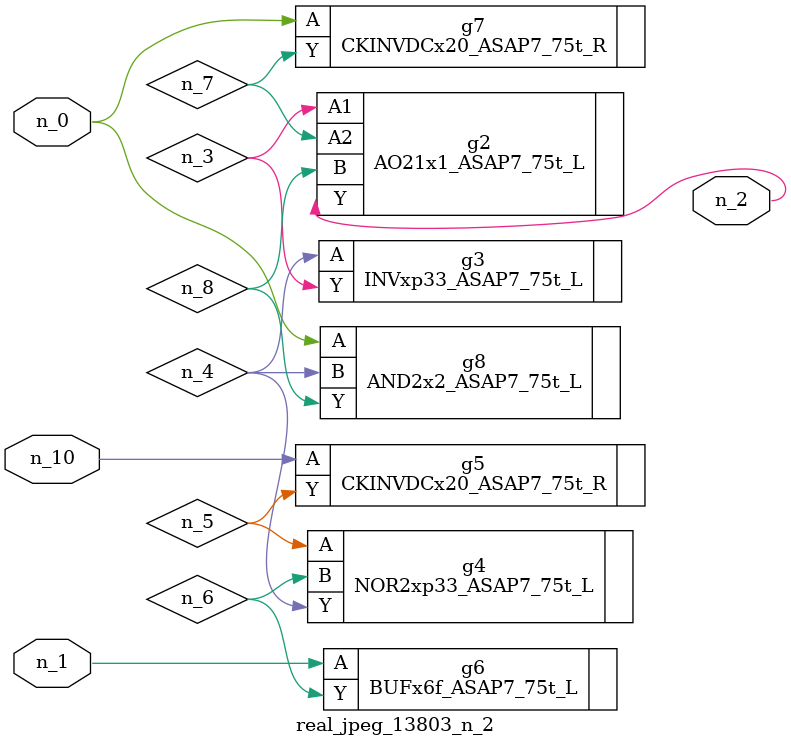
<source format=v>
module real_jpeg_13803_n_2 (n_1, n_10, n_0, n_2);

input n_1;
input n_10;
input n_0;

output n_2;

wire n_5;
wire n_4;
wire n_8;
wire n_6;
wire n_7;
wire n_3;

CKINVDCx20_ASAP7_75t_R g7 ( 
.A(n_0),
.Y(n_7)
);

AND2x2_ASAP7_75t_L g8 ( 
.A(n_0),
.B(n_4),
.Y(n_8)
);

BUFx6f_ASAP7_75t_L g6 ( 
.A(n_1),
.Y(n_6)
);

AO21x1_ASAP7_75t_L g2 ( 
.A1(n_3),
.A2(n_7),
.B(n_8),
.Y(n_2)
);

INVxp33_ASAP7_75t_L g3 ( 
.A(n_4),
.Y(n_3)
);

NOR2xp33_ASAP7_75t_L g4 ( 
.A(n_5),
.B(n_6),
.Y(n_4)
);

CKINVDCx20_ASAP7_75t_R g5 ( 
.A(n_10),
.Y(n_5)
);


endmodule
</source>
